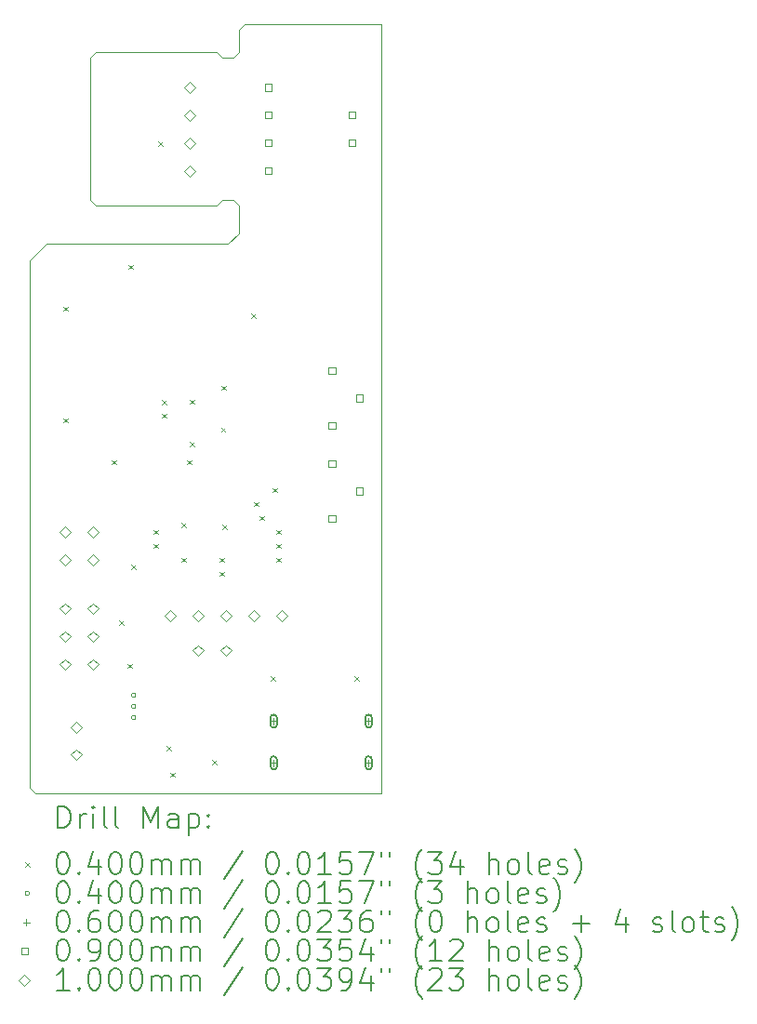
<source format=gbr>
%TF.GenerationSoftware,KiCad,Pcbnew,(6.0.10-0)*%
%TF.CreationDate,2024-06-01T19:56:06+09:00*%
%TF.ProjectId,AutoFeeder_Drum-type,4175746f-4665-4656-9465-725f4472756d,01*%
%TF.SameCoordinates,Original*%
%TF.FileFunction,Drillmap*%
%TF.FilePolarity,Positive*%
%FSLAX45Y45*%
G04 Gerber Fmt 4.5, Leading zero omitted, Abs format (unit mm)*
G04 Created by KiCad (PCBNEW (6.0.10-0)) date 2024-06-01 19:56:06*
%MOMM*%
%LPD*%
G01*
G04 APERTURE LIST*
%ADD10C,0.100000*%
%ADD11C,0.200000*%
%ADD12C,0.040000*%
%ADD13C,0.060000*%
%ADD14C,0.090000*%
G04 APERTURE END LIST*
D10*
X11250000Y-13950000D02*
X11250000Y-9150000D01*
X13100000Y-7300000D02*
X13000000Y-7300000D01*
X11250000Y-13950000D02*
X11300000Y-14000000D01*
X14450000Y-7000000D02*
X14450000Y-14000000D01*
X11850000Y-7250000D02*
X11800000Y-7300000D01*
X11250000Y-9150000D02*
X11400000Y-9000000D01*
X12950000Y-8650000D02*
X13000000Y-8600000D01*
X13150000Y-8900000D02*
X13050000Y-9000000D01*
X13150000Y-7250000D02*
X13100000Y-7300000D01*
X13150000Y-7250000D02*
X13150000Y-7050000D01*
X11850000Y-8650000D02*
X12950000Y-8650000D01*
X11800000Y-7300000D02*
X11800000Y-8600000D01*
X13000000Y-8600000D02*
X13100000Y-8600000D01*
X11400000Y-9000000D02*
X13050000Y-9000000D01*
X12950000Y-7250000D02*
X11850000Y-7250000D01*
X13150000Y-7050000D02*
X13200000Y-7000000D01*
X14450000Y-14000000D02*
X11300000Y-14000000D01*
X11800000Y-8600000D02*
X11850000Y-8650000D01*
X13200000Y-7000000D02*
X14450000Y-7000000D01*
X13100000Y-8600000D02*
X13150000Y-8650000D01*
X13150000Y-8650000D02*
X13150000Y-8900000D01*
X13000000Y-7300000D02*
X12950000Y-7250000D01*
D11*
D12*
X11550000Y-9568500D02*
X11590000Y-9608500D01*
X11590000Y-9568500D02*
X11550000Y-9608500D01*
X11550000Y-10584500D02*
X11590000Y-10624500D01*
X11590000Y-10584500D02*
X11550000Y-10624500D01*
X11994500Y-10965500D02*
X12034500Y-11005500D01*
X12034500Y-10965500D02*
X11994500Y-11005500D01*
X12058000Y-12426000D02*
X12098000Y-12466000D01*
X12098000Y-12426000D02*
X12058000Y-12466000D01*
X12135000Y-12820800D02*
X12175000Y-12860800D01*
X12175000Y-12820800D02*
X12135000Y-12860800D01*
X12144350Y-9187500D02*
X12184350Y-9227500D01*
X12184350Y-9187500D02*
X12144350Y-9227500D01*
X12172000Y-11918000D02*
X12212000Y-11958000D01*
X12212000Y-11918000D02*
X12172000Y-11958000D01*
X12375500Y-11727500D02*
X12415500Y-11767500D01*
X12415500Y-11727500D02*
X12375500Y-11767500D01*
X12376350Y-11600500D02*
X12416350Y-11640500D01*
X12416350Y-11600500D02*
X12376350Y-11640500D01*
X12417870Y-8067870D02*
X12457870Y-8107870D01*
X12457870Y-8067870D02*
X12417870Y-8107870D01*
X12448800Y-10543500D02*
X12488800Y-10583500D01*
X12488800Y-10543500D02*
X12448800Y-10583500D01*
X12451700Y-10419400D02*
X12491700Y-10459400D01*
X12491700Y-10419400D02*
X12451700Y-10459400D01*
X12489500Y-13569000D02*
X12529500Y-13609000D01*
X12529500Y-13569000D02*
X12489500Y-13609000D01*
X12527600Y-13810300D02*
X12567600Y-13850300D01*
X12567600Y-13810300D02*
X12527600Y-13850300D01*
X12629500Y-11537000D02*
X12669500Y-11577000D01*
X12669500Y-11537000D02*
X12629500Y-11577000D01*
X12629500Y-11854500D02*
X12669500Y-11894500D01*
X12669500Y-11854500D02*
X12629500Y-11894500D01*
X12680000Y-10965500D02*
X12720000Y-11005500D01*
X12720000Y-10965500D02*
X12680000Y-11005500D01*
X12705400Y-10416500D02*
X12745400Y-10456500D01*
X12745400Y-10416500D02*
X12705400Y-10456500D01*
X12705400Y-10800400D02*
X12745400Y-10840400D01*
X12745400Y-10800400D02*
X12705400Y-10840400D01*
X12908600Y-13696000D02*
X12948600Y-13736000D01*
X12948600Y-13696000D02*
X12908600Y-13736000D01*
X12972400Y-11854500D02*
X13012400Y-11894500D01*
X13012400Y-11854500D02*
X12972400Y-11894500D01*
X12972400Y-11981500D02*
X13012400Y-12021500D01*
X13012400Y-11981500D02*
X12972400Y-12021500D01*
X12987700Y-10670500D02*
X13027700Y-10710500D01*
X13027700Y-10670500D02*
X12987700Y-10710500D01*
X12994900Y-10289500D02*
X13034900Y-10329500D01*
X13034900Y-10289500D02*
X12994900Y-10329500D01*
X12997500Y-11553450D02*
X13037500Y-11593450D01*
X13037500Y-11553450D02*
X12997500Y-11593450D01*
X13264500Y-9632000D02*
X13304500Y-9672000D01*
X13304500Y-9632000D02*
X13264500Y-9672000D01*
X13289900Y-11346500D02*
X13329900Y-11386500D01*
X13329900Y-11346500D02*
X13289900Y-11386500D01*
X13339970Y-11473070D02*
X13379970Y-11513070D01*
X13379970Y-11473070D02*
X13339970Y-11513070D01*
X13442000Y-12934000D02*
X13482000Y-12974000D01*
X13482000Y-12934000D02*
X13442000Y-12974000D01*
X13455000Y-11219500D02*
X13495000Y-11259500D01*
X13495000Y-11219500D02*
X13455000Y-11259500D01*
X13492800Y-11600500D02*
X13532800Y-11640500D01*
X13532800Y-11600500D02*
X13492800Y-11640500D01*
X13493100Y-11727500D02*
X13533100Y-11767500D01*
X13533100Y-11727500D02*
X13493100Y-11767500D01*
X13493100Y-11854500D02*
X13533100Y-11894500D01*
X13533100Y-11854500D02*
X13493100Y-11894500D01*
X14204000Y-12934000D02*
X14244000Y-12974000D01*
X14244000Y-12934000D02*
X14204000Y-12974000D01*
X12212000Y-13106400D02*
G75*
G03*
X12212000Y-13106400I-20000J0D01*
G01*
X12212000Y-13208000D02*
G75*
G03*
X12212000Y-13208000I-20000J0D01*
G01*
X12212000Y-13309600D02*
G75*
G03*
X12212000Y-13309600I-20000J0D01*
G01*
D13*
X13468000Y-13312550D02*
X13468000Y-13372550D01*
X13438000Y-13342550D02*
X13498000Y-13342550D01*
D11*
X13498000Y-13372550D02*
X13498000Y-13312550D01*
X13438000Y-13372550D02*
X13438000Y-13312550D01*
X13498000Y-13312550D02*
G75*
G03*
X13438000Y-13312550I-30000J0D01*
G01*
X13438000Y-13372550D02*
G75*
G03*
X13498000Y-13372550I30000J0D01*
G01*
D13*
X13468000Y-13692550D02*
X13468000Y-13752550D01*
X13438000Y-13722550D02*
X13498000Y-13722550D01*
D11*
X13498000Y-13752550D02*
X13498000Y-13692550D01*
X13438000Y-13752550D02*
X13438000Y-13692550D01*
X13498000Y-13692550D02*
G75*
G03*
X13438000Y-13692550I-30000J0D01*
G01*
X13438000Y-13752550D02*
G75*
G03*
X13498000Y-13752550I30000J0D01*
G01*
D13*
X14332000Y-13312550D02*
X14332000Y-13372550D01*
X14302000Y-13342550D02*
X14362000Y-13342550D01*
D11*
X14362000Y-13372550D02*
X14362000Y-13312550D01*
X14302000Y-13372550D02*
X14302000Y-13312550D01*
X14362000Y-13312550D02*
G75*
G03*
X14302000Y-13312550I-30000J0D01*
G01*
X14302000Y-13372550D02*
G75*
G03*
X14362000Y-13372550I30000J0D01*
G01*
D13*
X14332000Y-13692550D02*
X14332000Y-13752550D01*
X14302000Y-13722550D02*
X14362000Y-13722550D01*
D11*
X14362000Y-13752550D02*
X14362000Y-13692550D01*
X14302000Y-13752550D02*
X14302000Y-13692550D01*
X14362000Y-13692550D02*
G75*
G03*
X14302000Y-13692550I-30000J0D01*
G01*
X14302000Y-13752550D02*
G75*
G03*
X14362000Y-13752550I30000J0D01*
G01*
D14*
X13449820Y-7856820D02*
X13449820Y-7793180D01*
X13386180Y-7793180D01*
X13386180Y-7856820D01*
X13449820Y-7856820D01*
X13449820Y-8110820D02*
X13449820Y-8047180D01*
X13386180Y-8047180D01*
X13386180Y-8110820D01*
X13449820Y-8110820D01*
X13450940Y-7603560D02*
X13450940Y-7539920D01*
X13387300Y-7539920D01*
X13387300Y-7603560D01*
X13450940Y-7603560D01*
X13450940Y-8363020D02*
X13450940Y-8299380D01*
X13387300Y-8299380D01*
X13387300Y-8363020D01*
X13450940Y-8363020D01*
X14031820Y-10181820D02*
X14031820Y-10118180D01*
X13968180Y-10118180D01*
X13968180Y-10181820D01*
X14031820Y-10181820D01*
X14031820Y-10681820D02*
X14031820Y-10618180D01*
X13968180Y-10618180D01*
X13968180Y-10681820D01*
X14031820Y-10681820D01*
X14031820Y-11031820D02*
X14031820Y-10968180D01*
X13968180Y-10968180D01*
X13968180Y-11031820D01*
X14031820Y-11031820D01*
X14031820Y-11531820D02*
X14031820Y-11468180D01*
X13968180Y-11468180D01*
X13968180Y-11531820D01*
X14031820Y-11531820D01*
X14211820Y-7856820D02*
X14211820Y-7793180D01*
X14148180Y-7793180D01*
X14148180Y-7856820D01*
X14211820Y-7856820D01*
X14211820Y-8110820D02*
X14211820Y-8047180D01*
X14148180Y-8047180D01*
X14148180Y-8110820D01*
X14211820Y-8110820D01*
X14281820Y-10431820D02*
X14281820Y-10368180D01*
X14218180Y-10368180D01*
X14218180Y-10431820D01*
X14281820Y-10431820D01*
X14281820Y-11281820D02*
X14281820Y-11218180D01*
X14218180Y-11218180D01*
X14218180Y-11281820D01*
X14281820Y-11281820D01*
D10*
X11570000Y-11670500D02*
X11620000Y-11620500D01*
X11570000Y-11570500D01*
X11520000Y-11620500D01*
X11570000Y-11670500D01*
X11570000Y-11924500D02*
X11620000Y-11874500D01*
X11570000Y-11824500D01*
X11520000Y-11874500D01*
X11570000Y-11924500D01*
X11570000Y-12369000D02*
X11620000Y-12319000D01*
X11570000Y-12269000D01*
X11520000Y-12319000D01*
X11570000Y-12369000D01*
X11570000Y-12623000D02*
X11620000Y-12573000D01*
X11570000Y-12523000D01*
X11520000Y-12573000D01*
X11570000Y-12623000D01*
X11570000Y-12877000D02*
X11620000Y-12827000D01*
X11570000Y-12777000D01*
X11520000Y-12827000D01*
X11570000Y-12877000D01*
X11671300Y-13448500D02*
X11721300Y-13398500D01*
X11671300Y-13348500D01*
X11621300Y-13398500D01*
X11671300Y-13448500D01*
X11671300Y-13698500D02*
X11721300Y-13648500D01*
X11671300Y-13598500D01*
X11621300Y-13648500D01*
X11671300Y-13698500D01*
X11824000Y-11670500D02*
X11874000Y-11620500D01*
X11824000Y-11570500D01*
X11774000Y-11620500D01*
X11824000Y-11670500D01*
X11824000Y-11924500D02*
X11874000Y-11874500D01*
X11824000Y-11824500D01*
X11774000Y-11874500D01*
X11824000Y-11924500D01*
X11824000Y-12369000D02*
X11874000Y-12319000D01*
X11824000Y-12269000D01*
X11774000Y-12319000D01*
X11824000Y-12369000D01*
X11824000Y-12623000D02*
X11874000Y-12573000D01*
X11824000Y-12523000D01*
X11774000Y-12573000D01*
X11824000Y-12623000D01*
X11824000Y-12877000D02*
X11874000Y-12827000D01*
X11824000Y-12777000D01*
X11774000Y-12827000D01*
X11824000Y-12877000D01*
X12522500Y-12432500D02*
X12572500Y-12382500D01*
X12522500Y-12332500D01*
X12472500Y-12382500D01*
X12522500Y-12432500D01*
X12700000Y-7621740D02*
X12750000Y-7571740D01*
X12700000Y-7521740D01*
X12650000Y-7571740D01*
X12700000Y-7621740D01*
X12700000Y-7875740D02*
X12750000Y-7825740D01*
X12700000Y-7775740D01*
X12650000Y-7825740D01*
X12700000Y-7875740D01*
X12700000Y-8129740D02*
X12750000Y-8079740D01*
X12700000Y-8029740D01*
X12650000Y-8079740D01*
X12700000Y-8129740D01*
X12700000Y-8383740D02*
X12750000Y-8333740D01*
X12700000Y-8283740D01*
X12650000Y-8333740D01*
X12700000Y-8383740D01*
X12776200Y-12750000D02*
X12826200Y-12700000D01*
X12776200Y-12650000D01*
X12726200Y-12700000D01*
X12776200Y-12750000D01*
X12776500Y-12432500D02*
X12826500Y-12382500D01*
X12776500Y-12332500D01*
X12726500Y-12382500D01*
X12776500Y-12432500D01*
X13030200Y-12750000D02*
X13080200Y-12700000D01*
X13030200Y-12650000D01*
X12980200Y-12700000D01*
X13030200Y-12750000D01*
X13030500Y-12432500D02*
X13080500Y-12382500D01*
X13030500Y-12332500D01*
X12980500Y-12382500D01*
X13030500Y-12432500D01*
X13284500Y-12432500D02*
X13334500Y-12382500D01*
X13284500Y-12332500D01*
X13234500Y-12382500D01*
X13284500Y-12432500D01*
X13538500Y-12432500D02*
X13588500Y-12382500D01*
X13538500Y-12332500D01*
X13488500Y-12382500D01*
X13538500Y-12432500D01*
D11*
X11502619Y-14315476D02*
X11502619Y-14115476D01*
X11550238Y-14115476D01*
X11578809Y-14125000D01*
X11597857Y-14144048D01*
X11607381Y-14163095D01*
X11616905Y-14201190D01*
X11616905Y-14229762D01*
X11607381Y-14267857D01*
X11597857Y-14286905D01*
X11578809Y-14305952D01*
X11550238Y-14315476D01*
X11502619Y-14315476D01*
X11702619Y-14315476D02*
X11702619Y-14182143D01*
X11702619Y-14220238D02*
X11712143Y-14201190D01*
X11721667Y-14191667D01*
X11740714Y-14182143D01*
X11759762Y-14182143D01*
X11826428Y-14315476D02*
X11826428Y-14182143D01*
X11826428Y-14115476D02*
X11816905Y-14125000D01*
X11826428Y-14134524D01*
X11835952Y-14125000D01*
X11826428Y-14115476D01*
X11826428Y-14134524D01*
X11950238Y-14315476D02*
X11931190Y-14305952D01*
X11921667Y-14286905D01*
X11921667Y-14115476D01*
X12055000Y-14315476D02*
X12035952Y-14305952D01*
X12026428Y-14286905D01*
X12026428Y-14115476D01*
X12283571Y-14315476D02*
X12283571Y-14115476D01*
X12350238Y-14258333D01*
X12416905Y-14115476D01*
X12416905Y-14315476D01*
X12597857Y-14315476D02*
X12597857Y-14210714D01*
X12588333Y-14191667D01*
X12569286Y-14182143D01*
X12531190Y-14182143D01*
X12512143Y-14191667D01*
X12597857Y-14305952D02*
X12578809Y-14315476D01*
X12531190Y-14315476D01*
X12512143Y-14305952D01*
X12502619Y-14286905D01*
X12502619Y-14267857D01*
X12512143Y-14248809D01*
X12531190Y-14239286D01*
X12578809Y-14239286D01*
X12597857Y-14229762D01*
X12693095Y-14182143D02*
X12693095Y-14382143D01*
X12693095Y-14191667D02*
X12712143Y-14182143D01*
X12750238Y-14182143D01*
X12769286Y-14191667D01*
X12778809Y-14201190D01*
X12788333Y-14220238D01*
X12788333Y-14277381D01*
X12778809Y-14296428D01*
X12769286Y-14305952D01*
X12750238Y-14315476D01*
X12712143Y-14315476D01*
X12693095Y-14305952D01*
X12874048Y-14296428D02*
X12883571Y-14305952D01*
X12874048Y-14315476D01*
X12864524Y-14305952D01*
X12874048Y-14296428D01*
X12874048Y-14315476D01*
X12874048Y-14191667D02*
X12883571Y-14201190D01*
X12874048Y-14210714D01*
X12864524Y-14201190D01*
X12874048Y-14191667D01*
X12874048Y-14210714D01*
D12*
X11205000Y-14625000D02*
X11245000Y-14665000D01*
X11245000Y-14625000D02*
X11205000Y-14665000D01*
D11*
X11540714Y-14535476D02*
X11559762Y-14535476D01*
X11578809Y-14545000D01*
X11588333Y-14554524D01*
X11597857Y-14573571D01*
X11607381Y-14611667D01*
X11607381Y-14659286D01*
X11597857Y-14697381D01*
X11588333Y-14716428D01*
X11578809Y-14725952D01*
X11559762Y-14735476D01*
X11540714Y-14735476D01*
X11521667Y-14725952D01*
X11512143Y-14716428D01*
X11502619Y-14697381D01*
X11493095Y-14659286D01*
X11493095Y-14611667D01*
X11502619Y-14573571D01*
X11512143Y-14554524D01*
X11521667Y-14545000D01*
X11540714Y-14535476D01*
X11693095Y-14716428D02*
X11702619Y-14725952D01*
X11693095Y-14735476D01*
X11683571Y-14725952D01*
X11693095Y-14716428D01*
X11693095Y-14735476D01*
X11874048Y-14602143D02*
X11874048Y-14735476D01*
X11826428Y-14525952D02*
X11778809Y-14668809D01*
X11902619Y-14668809D01*
X12016905Y-14535476D02*
X12035952Y-14535476D01*
X12055000Y-14545000D01*
X12064524Y-14554524D01*
X12074048Y-14573571D01*
X12083571Y-14611667D01*
X12083571Y-14659286D01*
X12074048Y-14697381D01*
X12064524Y-14716428D01*
X12055000Y-14725952D01*
X12035952Y-14735476D01*
X12016905Y-14735476D01*
X11997857Y-14725952D01*
X11988333Y-14716428D01*
X11978809Y-14697381D01*
X11969286Y-14659286D01*
X11969286Y-14611667D01*
X11978809Y-14573571D01*
X11988333Y-14554524D01*
X11997857Y-14545000D01*
X12016905Y-14535476D01*
X12207381Y-14535476D02*
X12226428Y-14535476D01*
X12245476Y-14545000D01*
X12255000Y-14554524D01*
X12264524Y-14573571D01*
X12274048Y-14611667D01*
X12274048Y-14659286D01*
X12264524Y-14697381D01*
X12255000Y-14716428D01*
X12245476Y-14725952D01*
X12226428Y-14735476D01*
X12207381Y-14735476D01*
X12188333Y-14725952D01*
X12178809Y-14716428D01*
X12169286Y-14697381D01*
X12159762Y-14659286D01*
X12159762Y-14611667D01*
X12169286Y-14573571D01*
X12178809Y-14554524D01*
X12188333Y-14545000D01*
X12207381Y-14535476D01*
X12359762Y-14735476D02*
X12359762Y-14602143D01*
X12359762Y-14621190D02*
X12369286Y-14611667D01*
X12388333Y-14602143D01*
X12416905Y-14602143D01*
X12435952Y-14611667D01*
X12445476Y-14630714D01*
X12445476Y-14735476D01*
X12445476Y-14630714D02*
X12455000Y-14611667D01*
X12474048Y-14602143D01*
X12502619Y-14602143D01*
X12521667Y-14611667D01*
X12531190Y-14630714D01*
X12531190Y-14735476D01*
X12626428Y-14735476D02*
X12626428Y-14602143D01*
X12626428Y-14621190D02*
X12635952Y-14611667D01*
X12655000Y-14602143D01*
X12683571Y-14602143D01*
X12702619Y-14611667D01*
X12712143Y-14630714D01*
X12712143Y-14735476D01*
X12712143Y-14630714D02*
X12721667Y-14611667D01*
X12740714Y-14602143D01*
X12769286Y-14602143D01*
X12788333Y-14611667D01*
X12797857Y-14630714D01*
X12797857Y-14735476D01*
X13188333Y-14525952D02*
X13016905Y-14783095D01*
X13445476Y-14535476D02*
X13464524Y-14535476D01*
X13483571Y-14545000D01*
X13493095Y-14554524D01*
X13502619Y-14573571D01*
X13512143Y-14611667D01*
X13512143Y-14659286D01*
X13502619Y-14697381D01*
X13493095Y-14716428D01*
X13483571Y-14725952D01*
X13464524Y-14735476D01*
X13445476Y-14735476D01*
X13426428Y-14725952D01*
X13416905Y-14716428D01*
X13407381Y-14697381D01*
X13397857Y-14659286D01*
X13397857Y-14611667D01*
X13407381Y-14573571D01*
X13416905Y-14554524D01*
X13426428Y-14545000D01*
X13445476Y-14535476D01*
X13597857Y-14716428D02*
X13607381Y-14725952D01*
X13597857Y-14735476D01*
X13588333Y-14725952D01*
X13597857Y-14716428D01*
X13597857Y-14735476D01*
X13731190Y-14535476D02*
X13750238Y-14535476D01*
X13769286Y-14545000D01*
X13778809Y-14554524D01*
X13788333Y-14573571D01*
X13797857Y-14611667D01*
X13797857Y-14659286D01*
X13788333Y-14697381D01*
X13778809Y-14716428D01*
X13769286Y-14725952D01*
X13750238Y-14735476D01*
X13731190Y-14735476D01*
X13712143Y-14725952D01*
X13702619Y-14716428D01*
X13693095Y-14697381D01*
X13683571Y-14659286D01*
X13683571Y-14611667D01*
X13693095Y-14573571D01*
X13702619Y-14554524D01*
X13712143Y-14545000D01*
X13731190Y-14535476D01*
X13988333Y-14735476D02*
X13874048Y-14735476D01*
X13931190Y-14735476D02*
X13931190Y-14535476D01*
X13912143Y-14564048D01*
X13893095Y-14583095D01*
X13874048Y-14592619D01*
X14169286Y-14535476D02*
X14074048Y-14535476D01*
X14064524Y-14630714D01*
X14074048Y-14621190D01*
X14093095Y-14611667D01*
X14140714Y-14611667D01*
X14159762Y-14621190D01*
X14169286Y-14630714D01*
X14178809Y-14649762D01*
X14178809Y-14697381D01*
X14169286Y-14716428D01*
X14159762Y-14725952D01*
X14140714Y-14735476D01*
X14093095Y-14735476D01*
X14074048Y-14725952D01*
X14064524Y-14716428D01*
X14245476Y-14535476D02*
X14378809Y-14535476D01*
X14293095Y-14735476D01*
X14445476Y-14535476D02*
X14445476Y-14573571D01*
X14521667Y-14535476D02*
X14521667Y-14573571D01*
X14816905Y-14811667D02*
X14807381Y-14802143D01*
X14788333Y-14773571D01*
X14778809Y-14754524D01*
X14769286Y-14725952D01*
X14759762Y-14678333D01*
X14759762Y-14640238D01*
X14769286Y-14592619D01*
X14778809Y-14564048D01*
X14788333Y-14545000D01*
X14807381Y-14516428D01*
X14816905Y-14506905D01*
X14874048Y-14535476D02*
X14997857Y-14535476D01*
X14931190Y-14611667D01*
X14959762Y-14611667D01*
X14978809Y-14621190D01*
X14988333Y-14630714D01*
X14997857Y-14649762D01*
X14997857Y-14697381D01*
X14988333Y-14716428D01*
X14978809Y-14725952D01*
X14959762Y-14735476D01*
X14902619Y-14735476D01*
X14883571Y-14725952D01*
X14874048Y-14716428D01*
X15169286Y-14602143D02*
X15169286Y-14735476D01*
X15121667Y-14525952D02*
X15074048Y-14668809D01*
X15197857Y-14668809D01*
X15426428Y-14735476D02*
X15426428Y-14535476D01*
X15512143Y-14735476D02*
X15512143Y-14630714D01*
X15502619Y-14611667D01*
X15483571Y-14602143D01*
X15455000Y-14602143D01*
X15435952Y-14611667D01*
X15426428Y-14621190D01*
X15635952Y-14735476D02*
X15616905Y-14725952D01*
X15607381Y-14716428D01*
X15597857Y-14697381D01*
X15597857Y-14640238D01*
X15607381Y-14621190D01*
X15616905Y-14611667D01*
X15635952Y-14602143D01*
X15664524Y-14602143D01*
X15683571Y-14611667D01*
X15693095Y-14621190D01*
X15702619Y-14640238D01*
X15702619Y-14697381D01*
X15693095Y-14716428D01*
X15683571Y-14725952D01*
X15664524Y-14735476D01*
X15635952Y-14735476D01*
X15816905Y-14735476D02*
X15797857Y-14725952D01*
X15788333Y-14706905D01*
X15788333Y-14535476D01*
X15969286Y-14725952D02*
X15950238Y-14735476D01*
X15912143Y-14735476D01*
X15893095Y-14725952D01*
X15883571Y-14706905D01*
X15883571Y-14630714D01*
X15893095Y-14611667D01*
X15912143Y-14602143D01*
X15950238Y-14602143D01*
X15969286Y-14611667D01*
X15978809Y-14630714D01*
X15978809Y-14649762D01*
X15883571Y-14668809D01*
X16055000Y-14725952D02*
X16074048Y-14735476D01*
X16112143Y-14735476D01*
X16131190Y-14725952D01*
X16140714Y-14706905D01*
X16140714Y-14697381D01*
X16131190Y-14678333D01*
X16112143Y-14668809D01*
X16083571Y-14668809D01*
X16064524Y-14659286D01*
X16055000Y-14640238D01*
X16055000Y-14630714D01*
X16064524Y-14611667D01*
X16083571Y-14602143D01*
X16112143Y-14602143D01*
X16131190Y-14611667D01*
X16207381Y-14811667D02*
X16216905Y-14802143D01*
X16235952Y-14773571D01*
X16245476Y-14754524D01*
X16255000Y-14725952D01*
X16264524Y-14678333D01*
X16264524Y-14640238D01*
X16255000Y-14592619D01*
X16245476Y-14564048D01*
X16235952Y-14545000D01*
X16216905Y-14516428D01*
X16207381Y-14506905D01*
D12*
X11245000Y-14909000D02*
G75*
G03*
X11245000Y-14909000I-20000J0D01*
G01*
D11*
X11540714Y-14799476D02*
X11559762Y-14799476D01*
X11578809Y-14809000D01*
X11588333Y-14818524D01*
X11597857Y-14837571D01*
X11607381Y-14875667D01*
X11607381Y-14923286D01*
X11597857Y-14961381D01*
X11588333Y-14980428D01*
X11578809Y-14989952D01*
X11559762Y-14999476D01*
X11540714Y-14999476D01*
X11521667Y-14989952D01*
X11512143Y-14980428D01*
X11502619Y-14961381D01*
X11493095Y-14923286D01*
X11493095Y-14875667D01*
X11502619Y-14837571D01*
X11512143Y-14818524D01*
X11521667Y-14809000D01*
X11540714Y-14799476D01*
X11693095Y-14980428D02*
X11702619Y-14989952D01*
X11693095Y-14999476D01*
X11683571Y-14989952D01*
X11693095Y-14980428D01*
X11693095Y-14999476D01*
X11874048Y-14866143D02*
X11874048Y-14999476D01*
X11826428Y-14789952D02*
X11778809Y-14932809D01*
X11902619Y-14932809D01*
X12016905Y-14799476D02*
X12035952Y-14799476D01*
X12055000Y-14809000D01*
X12064524Y-14818524D01*
X12074048Y-14837571D01*
X12083571Y-14875667D01*
X12083571Y-14923286D01*
X12074048Y-14961381D01*
X12064524Y-14980428D01*
X12055000Y-14989952D01*
X12035952Y-14999476D01*
X12016905Y-14999476D01*
X11997857Y-14989952D01*
X11988333Y-14980428D01*
X11978809Y-14961381D01*
X11969286Y-14923286D01*
X11969286Y-14875667D01*
X11978809Y-14837571D01*
X11988333Y-14818524D01*
X11997857Y-14809000D01*
X12016905Y-14799476D01*
X12207381Y-14799476D02*
X12226428Y-14799476D01*
X12245476Y-14809000D01*
X12255000Y-14818524D01*
X12264524Y-14837571D01*
X12274048Y-14875667D01*
X12274048Y-14923286D01*
X12264524Y-14961381D01*
X12255000Y-14980428D01*
X12245476Y-14989952D01*
X12226428Y-14999476D01*
X12207381Y-14999476D01*
X12188333Y-14989952D01*
X12178809Y-14980428D01*
X12169286Y-14961381D01*
X12159762Y-14923286D01*
X12159762Y-14875667D01*
X12169286Y-14837571D01*
X12178809Y-14818524D01*
X12188333Y-14809000D01*
X12207381Y-14799476D01*
X12359762Y-14999476D02*
X12359762Y-14866143D01*
X12359762Y-14885190D02*
X12369286Y-14875667D01*
X12388333Y-14866143D01*
X12416905Y-14866143D01*
X12435952Y-14875667D01*
X12445476Y-14894714D01*
X12445476Y-14999476D01*
X12445476Y-14894714D02*
X12455000Y-14875667D01*
X12474048Y-14866143D01*
X12502619Y-14866143D01*
X12521667Y-14875667D01*
X12531190Y-14894714D01*
X12531190Y-14999476D01*
X12626428Y-14999476D02*
X12626428Y-14866143D01*
X12626428Y-14885190D02*
X12635952Y-14875667D01*
X12655000Y-14866143D01*
X12683571Y-14866143D01*
X12702619Y-14875667D01*
X12712143Y-14894714D01*
X12712143Y-14999476D01*
X12712143Y-14894714D02*
X12721667Y-14875667D01*
X12740714Y-14866143D01*
X12769286Y-14866143D01*
X12788333Y-14875667D01*
X12797857Y-14894714D01*
X12797857Y-14999476D01*
X13188333Y-14789952D02*
X13016905Y-15047095D01*
X13445476Y-14799476D02*
X13464524Y-14799476D01*
X13483571Y-14809000D01*
X13493095Y-14818524D01*
X13502619Y-14837571D01*
X13512143Y-14875667D01*
X13512143Y-14923286D01*
X13502619Y-14961381D01*
X13493095Y-14980428D01*
X13483571Y-14989952D01*
X13464524Y-14999476D01*
X13445476Y-14999476D01*
X13426428Y-14989952D01*
X13416905Y-14980428D01*
X13407381Y-14961381D01*
X13397857Y-14923286D01*
X13397857Y-14875667D01*
X13407381Y-14837571D01*
X13416905Y-14818524D01*
X13426428Y-14809000D01*
X13445476Y-14799476D01*
X13597857Y-14980428D02*
X13607381Y-14989952D01*
X13597857Y-14999476D01*
X13588333Y-14989952D01*
X13597857Y-14980428D01*
X13597857Y-14999476D01*
X13731190Y-14799476D02*
X13750238Y-14799476D01*
X13769286Y-14809000D01*
X13778809Y-14818524D01*
X13788333Y-14837571D01*
X13797857Y-14875667D01*
X13797857Y-14923286D01*
X13788333Y-14961381D01*
X13778809Y-14980428D01*
X13769286Y-14989952D01*
X13750238Y-14999476D01*
X13731190Y-14999476D01*
X13712143Y-14989952D01*
X13702619Y-14980428D01*
X13693095Y-14961381D01*
X13683571Y-14923286D01*
X13683571Y-14875667D01*
X13693095Y-14837571D01*
X13702619Y-14818524D01*
X13712143Y-14809000D01*
X13731190Y-14799476D01*
X13988333Y-14999476D02*
X13874048Y-14999476D01*
X13931190Y-14999476D02*
X13931190Y-14799476D01*
X13912143Y-14828048D01*
X13893095Y-14847095D01*
X13874048Y-14856619D01*
X14169286Y-14799476D02*
X14074048Y-14799476D01*
X14064524Y-14894714D01*
X14074048Y-14885190D01*
X14093095Y-14875667D01*
X14140714Y-14875667D01*
X14159762Y-14885190D01*
X14169286Y-14894714D01*
X14178809Y-14913762D01*
X14178809Y-14961381D01*
X14169286Y-14980428D01*
X14159762Y-14989952D01*
X14140714Y-14999476D01*
X14093095Y-14999476D01*
X14074048Y-14989952D01*
X14064524Y-14980428D01*
X14245476Y-14799476D02*
X14378809Y-14799476D01*
X14293095Y-14999476D01*
X14445476Y-14799476D02*
X14445476Y-14837571D01*
X14521667Y-14799476D02*
X14521667Y-14837571D01*
X14816905Y-15075667D02*
X14807381Y-15066143D01*
X14788333Y-15037571D01*
X14778809Y-15018524D01*
X14769286Y-14989952D01*
X14759762Y-14942333D01*
X14759762Y-14904238D01*
X14769286Y-14856619D01*
X14778809Y-14828048D01*
X14788333Y-14809000D01*
X14807381Y-14780428D01*
X14816905Y-14770905D01*
X14874048Y-14799476D02*
X14997857Y-14799476D01*
X14931190Y-14875667D01*
X14959762Y-14875667D01*
X14978809Y-14885190D01*
X14988333Y-14894714D01*
X14997857Y-14913762D01*
X14997857Y-14961381D01*
X14988333Y-14980428D01*
X14978809Y-14989952D01*
X14959762Y-14999476D01*
X14902619Y-14999476D01*
X14883571Y-14989952D01*
X14874048Y-14980428D01*
X15235952Y-14999476D02*
X15235952Y-14799476D01*
X15321667Y-14999476D02*
X15321667Y-14894714D01*
X15312143Y-14875667D01*
X15293095Y-14866143D01*
X15264524Y-14866143D01*
X15245476Y-14875667D01*
X15235952Y-14885190D01*
X15445476Y-14999476D02*
X15426428Y-14989952D01*
X15416905Y-14980428D01*
X15407381Y-14961381D01*
X15407381Y-14904238D01*
X15416905Y-14885190D01*
X15426428Y-14875667D01*
X15445476Y-14866143D01*
X15474048Y-14866143D01*
X15493095Y-14875667D01*
X15502619Y-14885190D01*
X15512143Y-14904238D01*
X15512143Y-14961381D01*
X15502619Y-14980428D01*
X15493095Y-14989952D01*
X15474048Y-14999476D01*
X15445476Y-14999476D01*
X15626428Y-14999476D02*
X15607381Y-14989952D01*
X15597857Y-14970905D01*
X15597857Y-14799476D01*
X15778809Y-14989952D02*
X15759762Y-14999476D01*
X15721667Y-14999476D01*
X15702619Y-14989952D01*
X15693095Y-14970905D01*
X15693095Y-14894714D01*
X15702619Y-14875667D01*
X15721667Y-14866143D01*
X15759762Y-14866143D01*
X15778809Y-14875667D01*
X15788333Y-14894714D01*
X15788333Y-14913762D01*
X15693095Y-14932809D01*
X15864524Y-14989952D02*
X15883571Y-14999476D01*
X15921667Y-14999476D01*
X15940714Y-14989952D01*
X15950238Y-14970905D01*
X15950238Y-14961381D01*
X15940714Y-14942333D01*
X15921667Y-14932809D01*
X15893095Y-14932809D01*
X15874048Y-14923286D01*
X15864524Y-14904238D01*
X15864524Y-14894714D01*
X15874048Y-14875667D01*
X15893095Y-14866143D01*
X15921667Y-14866143D01*
X15940714Y-14875667D01*
X16016905Y-15075667D02*
X16026428Y-15066143D01*
X16045476Y-15037571D01*
X16055000Y-15018524D01*
X16064524Y-14989952D01*
X16074048Y-14942333D01*
X16074048Y-14904238D01*
X16064524Y-14856619D01*
X16055000Y-14828048D01*
X16045476Y-14809000D01*
X16026428Y-14780428D01*
X16016905Y-14770905D01*
D13*
X11215000Y-15143000D02*
X11215000Y-15203000D01*
X11185000Y-15173000D02*
X11245000Y-15173000D01*
D11*
X11540714Y-15063476D02*
X11559762Y-15063476D01*
X11578809Y-15073000D01*
X11588333Y-15082524D01*
X11597857Y-15101571D01*
X11607381Y-15139667D01*
X11607381Y-15187286D01*
X11597857Y-15225381D01*
X11588333Y-15244428D01*
X11578809Y-15253952D01*
X11559762Y-15263476D01*
X11540714Y-15263476D01*
X11521667Y-15253952D01*
X11512143Y-15244428D01*
X11502619Y-15225381D01*
X11493095Y-15187286D01*
X11493095Y-15139667D01*
X11502619Y-15101571D01*
X11512143Y-15082524D01*
X11521667Y-15073000D01*
X11540714Y-15063476D01*
X11693095Y-15244428D02*
X11702619Y-15253952D01*
X11693095Y-15263476D01*
X11683571Y-15253952D01*
X11693095Y-15244428D01*
X11693095Y-15263476D01*
X11874048Y-15063476D02*
X11835952Y-15063476D01*
X11816905Y-15073000D01*
X11807381Y-15082524D01*
X11788333Y-15111095D01*
X11778809Y-15149190D01*
X11778809Y-15225381D01*
X11788333Y-15244428D01*
X11797857Y-15253952D01*
X11816905Y-15263476D01*
X11855000Y-15263476D01*
X11874048Y-15253952D01*
X11883571Y-15244428D01*
X11893095Y-15225381D01*
X11893095Y-15177762D01*
X11883571Y-15158714D01*
X11874048Y-15149190D01*
X11855000Y-15139667D01*
X11816905Y-15139667D01*
X11797857Y-15149190D01*
X11788333Y-15158714D01*
X11778809Y-15177762D01*
X12016905Y-15063476D02*
X12035952Y-15063476D01*
X12055000Y-15073000D01*
X12064524Y-15082524D01*
X12074048Y-15101571D01*
X12083571Y-15139667D01*
X12083571Y-15187286D01*
X12074048Y-15225381D01*
X12064524Y-15244428D01*
X12055000Y-15253952D01*
X12035952Y-15263476D01*
X12016905Y-15263476D01*
X11997857Y-15253952D01*
X11988333Y-15244428D01*
X11978809Y-15225381D01*
X11969286Y-15187286D01*
X11969286Y-15139667D01*
X11978809Y-15101571D01*
X11988333Y-15082524D01*
X11997857Y-15073000D01*
X12016905Y-15063476D01*
X12207381Y-15063476D02*
X12226428Y-15063476D01*
X12245476Y-15073000D01*
X12255000Y-15082524D01*
X12264524Y-15101571D01*
X12274048Y-15139667D01*
X12274048Y-15187286D01*
X12264524Y-15225381D01*
X12255000Y-15244428D01*
X12245476Y-15253952D01*
X12226428Y-15263476D01*
X12207381Y-15263476D01*
X12188333Y-15253952D01*
X12178809Y-15244428D01*
X12169286Y-15225381D01*
X12159762Y-15187286D01*
X12159762Y-15139667D01*
X12169286Y-15101571D01*
X12178809Y-15082524D01*
X12188333Y-15073000D01*
X12207381Y-15063476D01*
X12359762Y-15263476D02*
X12359762Y-15130143D01*
X12359762Y-15149190D02*
X12369286Y-15139667D01*
X12388333Y-15130143D01*
X12416905Y-15130143D01*
X12435952Y-15139667D01*
X12445476Y-15158714D01*
X12445476Y-15263476D01*
X12445476Y-15158714D02*
X12455000Y-15139667D01*
X12474048Y-15130143D01*
X12502619Y-15130143D01*
X12521667Y-15139667D01*
X12531190Y-15158714D01*
X12531190Y-15263476D01*
X12626428Y-15263476D02*
X12626428Y-15130143D01*
X12626428Y-15149190D02*
X12635952Y-15139667D01*
X12655000Y-15130143D01*
X12683571Y-15130143D01*
X12702619Y-15139667D01*
X12712143Y-15158714D01*
X12712143Y-15263476D01*
X12712143Y-15158714D02*
X12721667Y-15139667D01*
X12740714Y-15130143D01*
X12769286Y-15130143D01*
X12788333Y-15139667D01*
X12797857Y-15158714D01*
X12797857Y-15263476D01*
X13188333Y-15053952D02*
X13016905Y-15311095D01*
X13445476Y-15063476D02*
X13464524Y-15063476D01*
X13483571Y-15073000D01*
X13493095Y-15082524D01*
X13502619Y-15101571D01*
X13512143Y-15139667D01*
X13512143Y-15187286D01*
X13502619Y-15225381D01*
X13493095Y-15244428D01*
X13483571Y-15253952D01*
X13464524Y-15263476D01*
X13445476Y-15263476D01*
X13426428Y-15253952D01*
X13416905Y-15244428D01*
X13407381Y-15225381D01*
X13397857Y-15187286D01*
X13397857Y-15139667D01*
X13407381Y-15101571D01*
X13416905Y-15082524D01*
X13426428Y-15073000D01*
X13445476Y-15063476D01*
X13597857Y-15244428D02*
X13607381Y-15253952D01*
X13597857Y-15263476D01*
X13588333Y-15253952D01*
X13597857Y-15244428D01*
X13597857Y-15263476D01*
X13731190Y-15063476D02*
X13750238Y-15063476D01*
X13769286Y-15073000D01*
X13778809Y-15082524D01*
X13788333Y-15101571D01*
X13797857Y-15139667D01*
X13797857Y-15187286D01*
X13788333Y-15225381D01*
X13778809Y-15244428D01*
X13769286Y-15253952D01*
X13750238Y-15263476D01*
X13731190Y-15263476D01*
X13712143Y-15253952D01*
X13702619Y-15244428D01*
X13693095Y-15225381D01*
X13683571Y-15187286D01*
X13683571Y-15139667D01*
X13693095Y-15101571D01*
X13702619Y-15082524D01*
X13712143Y-15073000D01*
X13731190Y-15063476D01*
X13874048Y-15082524D02*
X13883571Y-15073000D01*
X13902619Y-15063476D01*
X13950238Y-15063476D01*
X13969286Y-15073000D01*
X13978809Y-15082524D01*
X13988333Y-15101571D01*
X13988333Y-15120619D01*
X13978809Y-15149190D01*
X13864524Y-15263476D01*
X13988333Y-15263476D01*
X14055000Y-15063476D02*
X14178809Y-15063476D01*
X14112143Y-15139667D01*
X14140714Y-15139667D01*
X14159762Y-15149190D01*
X14169286Y-15158714D01*
X14178809Y-15177762D01*
X14178809Y-15225381D01*
X14169286Y-15244428D01*
X14159762Y-15253952D01*
X14140714Y-15263476D01*
X14083571Y-15263476D01*
X14064524Y-15253952D01*
X14055000Y-15244428D01*
X14350238Y-15063476D02*
X14312143Y-15063476D01*
X14293095Y-15073000D01*
X14283571Y-15082524D01*
X14264524Y-15111095D01*
X14255000Y-15149190D01*
X14255000Y-15225381D01*
X14264524Y-15244428D01*
X14274048Y-15253952D01*
X14293095Y-15263476D01*
X14331190Y-15263476D01*
X14350238Y-15253952D01*
X14359762Y-15244428D01*
X14369286Y-15225381D01*
X14369286Y-15177762D01*
X14359762Y-15158714D01*
X14350238Y-15149190D01*
X14331190Y-15139667D01*
X14293095Y-15139667D01*
X14274048Y-15149190D01*
X14264524Y-15158714D01*
X14255000Y-15177762D01*
X14445476Y-15063476D02*
X14445476Y-15101571D01*
X14521667Y-15063476D02*
X14521667Y-15101571D01*
X14816905Y-15339667D02*
X14807381Y-15330143D01*
X14788333Y-15301571D01*
X14778809Y-15282524D01*
X14769286Y-15253952D01*
X14759762Y-15206333D01*
X14759762Y-15168238D01*
X14769286Y-15120619D01*
X14778809Y-15092048D01*
X14788333Y-15073000D01*
X14807381Y-15044428D01*
X14816905Y-15034905D01*
X14931190Y-15063476D02*
X14950238Y-15063476D01*
X14969286Y-15073000D01*
X14978809Y-15082524D01*
X14988333Y-15101571D01*
X14997857Y-15139667D01*
X14997857Y-15187286D01*
X14988333Y-15225381D01*
X14978809Y-15244428D01*
X14969286Y-15253952D01*
X14950238Y-15263476D01*
X14931190Y-15263476D01*
X14912143Y-15253952D01*
X14902619Y-15244428D01*
X14893095Y-15225381D01*
X14883571Y-15187286D01*
X14883571Y-15139667D01*
X14893095Y-15101571D01*
X14902619Y-15082524D01*
X14912143Y-15073000D01*
X14931190Y-15063476D01*
X15235952Y-15263476D02*
X15235952Y-15063476D01*
X15321667Y-15263476D02*
X15321667Y-15158714D01*
X15312143Y-15139667D01*
X15293095Y-15130143D01*
X15264524Y-15130143D01*
X15245476Y-15139667D01*
X15235952Y-15149190D01*
X15445476Y-15263476D02*
X15426428Y-15253952D01*
X15416905Y-15244428D01*
X15407381Y-15225381D01*
X15407381Y-15168238D01*
X15416905Y-15149190D01*
X15426428Y-15139667D01*
X15445476Y-15130143D01*
X15474048Y-15130143D01*
X15493095Y-15139667D01*
X15502619Y-15149190D01*
X15512143Y-15168238D01*
X15512143Y-15225381D01*
X15502619Y-15244428D01*
X15493095Y-15253952D01*
X15474048Y-15263476D01*
X15445476Y-15263476D01*
X15626428Y-15263476D02*
X15607381Y-15253952D01*
X15597857Y-15234905D01*
X15597857Y-15063476D01*
X15778809Y-15253952D02*
X15759762Y-15263476D01*
X15721667Y-15263476D01*
X15702619Y-15253952D01*
X15693095Y-15234905D01*
X15693095Y-15158714D01*
X15702619Y-15139667D01*
X15721667Y-15130143D01*
X15759762Y-15130143D01*
X15778809Y-15139667D01*
X15788333Y-15158714D01*
X15788333Y-15177762D01*
X15693095Y-15196809D01*
X15864524Y-15253952D02*
X15883571Y-15263476D01*
X15921667Y-15263476D01*
X15940714Y-15253952D01*
X15950238Y-15234905D01*
X15950238Y-15225381D01*
X15940714Y-15206333D01*
X15921667Y-15196809D01*
X15893095Y-15196809D01*
X15874048Y-15187286D01*
X15864524Y-15168238D01*
X15864524Y-15158714D01*
X15874048Y-15139667D01*
X15893095Y-15130143D01*
X15921667Y-15130143D01*
X15940714Y-15139667D01*
X16188333Y-15187286D02*
X16340714Y-15187286D01*
X16264524Y-15263476D02*
X16264524Y-15111095D01*
X16674048Y-15130143D02*
X16674048Y-15263476D01*
X16626428Y-15053952D02*
X16578809Y-15196809D01*
X16702619Y-15196809D01*
X16921667Y-15253952D02*
X16940714Y-15263476D01*
X16978810Y-15263476D01*
X16997857Y-15253952D01*
X17007381Y-15234905D01*
X17007381Y-15225381D01*
X16997857Y-15206333D01*
X16978810Y-15196809D01*
X16950238Y-15196809D01*
X16931190Y-15187286D01*
X16921667Y-15168238D01*
X16921667Y-15158714D01*
X16931190Y-15139667D01*
X16950238Y-15130143D01*
X16978810Y-15130143D01*
X16997857Y-15139667D01*
X17121667Y-15263476D02*
X17102619Y-15253952D01*
X17093095Y-15234905D01*
X17093095Y-15063476D01*
X17226429Y-15263476D02*
X17207381Y-15253952D01*
X17197857Y-15244428D01*
X17188333Y-15225381D01*
X17188333Y-15168238D01*
X17197857Y-15149190D01*
X17207381Y-15139667D01*
X17226429Y-15130143D01*
X17255000Y-15130143D01*
X17274048Y-15139667D01*
X17283571Y-15149190D01*
X17293095Y-15168238D01*
X17293095Y-15225381D01*
X17283571Y-15244428D01*
X17274048Y-15253952D01*
X17255000Y-15263476D01*
X17226429Y-15263476D01*
X17350238Y-15130143D02*
X17426429Y-15130143D01*
X17378810Y-15063476D02*
X17378810Y-15234905D01*
X17388333Y-15253952D01*
X17407381Y-15263476D01*
X17426429Y-15263476D01*
X17483571Y-15253952D02*
X17502619Y-15263476D01*
X17540714Y-15263476D01*
X17559762Y-15253952D01*
X17569286Y-15234905D01*
X17569286Y-15225381D01*
X17559762Y-15206333D01*
X17540714Y-15196809D01*
X17512143Y-15196809D01*
X17493095Y-15187286D01*
X17483571Y-15168238D01*
X17483571Y-15158714D01*
X17493095Y-15139667D01*
X17512143Y-15130143D01*
X17540714Y-15130143D01*
X17559762Y-15139667D01*
X17635952Y-15339667D02*
X17645476Y-15330143D01*
X17664524Y-15301571D01*
X17674048Y-15282524D01*
X17683571Y-15253952D01*
X17693095Y-15206333D01*
X17693095Y-15168238D01*
X17683571Y-15120619D01*
X17674048Y-15092048D01*
X17664524Y-15073000D01*
X17645476Y-15044428D01*
X17635952Y-15034905D01*
D14*
X11231820Y-15468820D02*
X11231820Y-15405180D01*
X11168180Y-15405180D01*
X11168180Y-15468820D01*
X11231820Y-15468820D01*
D11*
X11540714Y-15327476D02*
X11559762Y-15327476D01*
X11578809Y-15337000D01*
X11588333Y-15346524D01*
X11597857Y-15365571D01*
X11607381Y-15403667D01*
X11607381Y-15451286D01*
X11597857Y-15489381D01*
X11588333Y-15508428D01*
X11578809Y-15517952D01*
X11559762Y-15527476D01*
X11540714Y-15527476D01*
X11521667Y-15517952D01*
X11512143Y-15508428D01*
X11502619Y-15489381D01*
X11493095Y-15451286D01*
X11493095Y-15403667D01*
X11502619Y-15365571D01*
X11512143Y-15346524D01*
X11521667Y-15337000D01*
X11540714Y-15327476D01*
X11693095Y-15508428D02*
X11702619Y-15517952D01*
X11693095Y-15527476D01*
X11683571Y-15517952D01*
X11693095Y-15508428D01*
X11693095Y-15527476D01*
X11797857Y-15527476D02*
X11835952Y-15527476D01*
X11855000Y-15517952D01*
X11864524Y-15508428D01*
X11883571Y-15479857D01*
X11893095Y-15441762D01*
X11893095Y-15365571D01*
X11883571Y-15346524D01*
X11874048Y-15337000D01*
X11855000Y-15327476D01*
X11816905Y-15327476D01*
X11797857Y-15337000D01*
X11788333Y-15346524D01*
X11778809Y-15365571D01*
X11778809Y-15413190D01*
X11788333Y-15432238D01*
X11797857Y-15441762D01*
X11816905Y-15451286D01*
X11855000Y-15451286D01*
X11874048Y-15441762D01*
X11883571Y-15432238D01*
X11893095Y-15413190D01*
X12016905Y-15327476D02*
X12035952Y-15327476D01*
X12055000Y-15337000D01*
X12064524Y-15346524D01*
X12074048Y-15365571D01*
X12083571Y-15403667D01*
X12083571Y-15451286D01*
X12074048Y-15489381D01*
X12064524Y-15508428D01*
X12055000Y-15517952D01*
X12035952Y-15527476D01*
X12016905Y-15527476D01*
X11997857Y-15517952D01*
X11988333Y-15508428D01*
X11978809Y-15489381D01*
X11969286Y-15451286D01*
X11969286Y-15403667D01*
X11978809Y-15365571D01*
X11988333Y-15346524D01*
X11997857Y-15337000D01*
X12016905Y-15327476D01*
X12207381Y-15327476D02*
X12226428Y-15327476D01*
X12245476Y-15337000D01*
X12255000Y-15346524D01*
X12264524Y-15365571D01*
X12274048Y-15403667D01*
X12274048Y-15451286D01*
X12264524Y-15489381D01*
X12255000Y-15508428D01*
X12245476Y-15517952D01*
X12226428Y-15527476D01*
X12207381Y-15527476D01*
X12188333Y-15517952D01*
X12178809Y-15508428D01*
X12169286Y-15489381D01*
X12159762Y-15451286D01*
X12159762Y-15403667D01*
X12169286Y-15365571D01*
X12178809Y-15346524D01*
X12188333Y-15337000D01*
X12207381Y-15327476D01*
X12359762Y-15527476D02*
X12359762Y-15394143D01*
X12359762Y-15413190D02*
X12369286Y-15403667D01*
X12388333Y-15394143D01*
X12416905Y-15394143D01*
X12435952Y-15403667D01*
X12445476Y-15422714D01*
X12445476Y-15527476D01*
X12445476Y-15422714D02*
X12455000Y-15403667D01*
X12474048Y-15394143D01*
X12502619Y-15394143D01*
X12521667Y-15403667D01*
X12531190Y-15422714D01*
X12531190Y-15527476D01*
X12626428Y-15527476D02*
X12626428Y-15394143D01*
X12626428Y-15413190D02*
X12635952Y-15403667D01*
X12655000Y-15394143D01*
X12683571Y-15394143D01*
X12702619Y-15403667D01*
X12712143Y-15422714D01*
X12712143Y-15527476D01*
X12712143Y-15422714D02*
X12721667Y-15403667D01*
X12740714Y-15394143D01*
X12769286Y-15394143D01*
X12788333Y-15403667D01*
X12797857Y-15422714D01*
X12797857Y-15527476D01*
X13188333Y-15317952D02*
X13016905Y-15575095D01*
X13445476Y-15327476D02*
X13464524Y-15327476D01*
X13483571Y-15337000D01*
X13493095Y-15346524D01*
X13502619Y-15365571D01*
X13512143Y-15403667D01*
X13512143Y-15451286D01*
X13502619Y-15489381D01*
X13493095Y-15508428D01*
X13483571Y-15517952D01*
X13464524Y-15527476D01*
X13445476Y-15527476D01*
X13426428Y-15517952D01*
X13416905Y-15508428D01*
X13407381Y-15489381D01*
X13397857Y-15451286D01*
X13397857Y-15403667D01*
X13407381Y-15365571D01*
X13416905Y-15346524D01*
X13426428Y-15337000D01*
X13445476Y-15327476D01*
X13597857Y-15508428D02*
X13607381Y-15517952D01*
X13597857Y-15527476D01*
X13588333Y-15517952D01*
X13597857Y-15508428D01*
X13597857Y-15527476D01*
X13731190Y-15327476D02*
X13750238Y-15327476D01*
X13769286Y-15337000D01*
X13778809Y-15346524D01*
X13788333Y-15365571D01*
X13797857Y-15403667D01*
X13797857Y-15451286D01*
X13788333Y-15489381D01*
X13778809Y-15508428D01*
X13769286Y-15517952D01*
X13750238Y-15527476D01*
X13731190Y-15527476D01*
X13712143Y-15517952D01*
X13702619Y-15508428D01*
X13693095Y-15489381D01*
X13683571Y-15451286D01*
X13683571Y-15403667D01*
X13693095Y-15365571D01*
X13702619Y-15346524D01*
X13712143Y-15337000D01*
X13731190Y-15327476D01*
X13864524Y-15327476D02*
X13988333Y-15327476D01*
X13921667Y-15403667D01*
X13950238Y-15403667D01*
X13969286Y-15413190D01*
X13978809Y-15422714D01*
X13988333Y-15441762D01*
X13988333Y-15489381D01*
X13978809Y-15508428D01*
X13969286Y-15517952D01*
X13950238Y-15527476D01*
X13893095Y-15527476D01*
X13874048Y-15517952D01*
X13864524Y-15508428D01*
X14169286Y-15327476D02*
X14074048Y-15327476D01*
X14064524Y-15422714D01*
X14074048Y-15413190D01*
X14093095Y-15403667D01*
X14140714Y-15403667D01*
X14159762Y-15413190D01*
X14169286Y-15422714D01*
X14178809Y-15441762D01*
X14178809Y-15489381D01*
X14169286Y-15508428D01*
X14159762Y-15517952D01*
X14140714Y-15527476D01*
X14093095Y-15527476D01*
X14074048Y-15517952D01*
X14064524Y-15508428D01*
X14350238Y-15394143D02*
X14350238Y-15527476D01*
X14302619Y-15317952D02*
X14255000Y-15460809D01*
X14378809Y-15460809D01*
X14445476Y-15327476D02*
X14445476Y-15365571D01*
X14521667Y-15327476D02*
X14521667Y-15365571D01*
X14816905Y-15603667D02*
X14807381Y-15594143D01*
X14788333Y-15565571D01*
X14778809Y-15546524D01*
X14769286Y-15517952D01*
X14759762Y-15470333D01*
X14759762Y-15432238D01*
X14769286Y-15384619D01*
X14778809Y-15356048D01*
X14788333Y-15337000D01*
X14807381Y-15308428D01*
X14816905Y-15298905D01*
X14997857Y-15527476D02*
X14883571Y-15527476D01*
X14940714Y-15527476D02*
X14940714Y-15327476D01*
X14921667Y-15356048D01*
X14902619Y-15375095D01*
X14883571Y-15384619D01*
X15074048Y-15346524D02*
X15083571Y-15337000D01*
X15102619Y-15327476D01*
X15150238Y-15327476D01*
X15169286Y-15337000D01*
X15178809Y-15346524D01*
X15188333Y-15365571D01*
X15188333Y-15384619D01*
X15178809Y-15413190D01*
X15064524Y-15527476D01*
X15188333Y-15527476D01*
X15426428Y-15527476D02*
X15426428Y-15327476D01*
X15512143Y-15527476D02*
X15512143Y-15422714D01*
X15502619Y-15403667D01*
X15483571Y-15394143D01*
X15455000Y-15394143D01*
X15435952Y-15403667D01*
X15426428Y-15413190D01*
X15635952Y-15527476D02*
X15616905Y-15517952D01*
X15607381Y-15508428D01*
X15597857Y-15489381D01*
X15597857Y-15432238D01*
X15607381Y-15413190D01*
X15616905Y-15403667D01*
X15635952Y-15394143D01*
X15664524Y-15394143D01*
X15683571Y-15403667D01*
X15693095Y-15413190D01*
X15702619Y-15432238D01*
X15702619Y-15489381D01*
X15693095Y-15508428D01*
X15683571Y-15517952D01*
X15664524Y-15527476D01*
X15635952Y-15527476D01*
X15816905Y-15527476D02*
X15797857Y-15517952D01*
X15788333Y-15498905D01*
X15788333Y-15327476D01*
X15969286Y-15517952D02*
X15950238Y-15527476D01*
X15912143Y-15527476D01*
X15893095Y-15517952D01*
X15883571Y-15498905D01*
X15883571Y-15422714D01*
X15893095Y-15403667D01*
X15912143Y-15394143D01*
X15950238Y-15394143D01*
X15969286Y-15403667D01*
X15978809Y-15422714D01*
X15978809Y-15441762D01*
X15883571Y-15460809D01*
X16055000Y-15517952D02*
X16074048Y-15527476D01*
X16112143Y-15527476D01*
X16131190Y-15517952D01*
X16140714Y-15498905D01*
X16140714Y-15489381D01*
X16131190Y-15470333D01*
X16112143Y-15460809D01*
X16083571Y-15460809D01*
X16064524Y-15451286D01*
X16055000Y-15432238D01*
X16055000Y-15422714D01*
X16064524Y-15403667D01*
X16083571Y-15394143D01*
X16112143Y-15394143D01*
X16131190Y-15403667D01*
X16207381Y-15603667D02*
X16216905Y-15594143D01*
X16235952Y-15565571D01*
X16245476Y-15546524D01*
X16255000Y-15517952D01*
X16264524Y-15470333D01*
X16264524Y-15432238D01*
X16255000Y-15384619D01*
X16245476Y-15356048D01*
X16235952Y-15337000D01*
X16216905Y-15308428D01*
X16207381Y-15298905D01*
D10*
X11195000Y-15751000D02*
X11245000Y-15701000D01*
X11195000Y-15651000D01*
X11145000Y-15701000D01*
X11195000Y-15751000D01*
D11*
X11607381Y-15791476D02*
X11493095Y-15791476D01*
X11550238Y-15791476D02*
X11550238Y-15591476D01*
X11531190Y-15620048D01*
X11512143Y-15639095D01*
X11493095Y-15648619D01*
X11693095Y-15772428D02*
X11702619Y-15781952D01*
X11693095Y-15791476D01*
X11683571Y-15781952D01*
X11693095Y-15772428D01*
X11693095Y-15791476D01*
X11826428Y-15591476D02*
X11845476Y-15591476D01*
X11864524Y-15601000D01*
X11874048Y-15610524D01*
X11883571Y-15629571D01*
X11893095Y-15667667D01*
X11893095Y-15715286D01*
X11883571Y-15753381D01*
X11874048Y-15772428D01*
X11864524Y-15781952D01*
X11845476Y-15791476D01*
X11826428Y-15791476D01*
X11807381Y-15781952D01*
X11797857Y-15772428D01*
X11788333Y-15753381D01*
X11778809Y-15715286D01*
X11778809Y-15667667D01*
X11788333Y-15629571D01*
X11797857Y-15610524D01*
X11807381Y-15601000D01*
X11826428Y-15591476D01*
X12016905Y-15591476D02*
X12035952Y-15591476D01*
X12055000Y-15601000D01*
X12064524Y-15610524D01*
X12074048Y-15629571D01*
X12083571Y-15667667D01*
X12083571Y-15715286D01*
X12074048Y-15753381D01*
X12064524Y-15772428D01*
X12055000Y-15781952D01*
X12035952Y-15791476D01*
X12016905Y-15791476D01*
X11997857Y-15781952D01*
X11988333Y-15772428D01*
X11978809Y-15753381D01*
X11969286Y-15715286D01*
X11969286Y-15667667D01*
X11978809Y-15629571D01*
X11988333Y-15610524D01*
X11997857Y-15601000D01*
X12016905Y-15591476D01*
X12207381Y-15591476D02*
X12226428Y-15591476D01*
X12245476Y-15601000D01*
X12255000Y-15610524D01*
X12264524Y-15629571D01*
X12274048Y-15667667D01*
X12274048Y-15715286D01*
X12264524Y-15753381D01*
X12255000Y-15772428D01*
X12245476Y-15781952D01*
X12226428Y-15791476D01*
X12207381Y-15791476D01*
X12188333Y-15781952D01*
X12178809Y-15772428D01*
X12169286Y-15753381D01*
X12159762Y-15715286D01*
X12159762Y-15667667D01*
X12169286Y-15629571D01*
X12178809Y-15610524D01*
X12188333Y-15601000D01*
X12207381Y-15591476D01*
X12359762Y-15791476D02*
X12359762Y-15658143D01*
X12359762Y-15677190D02*
X12369286Y-15667667D01*
X12388333Y-15658143D01*
X12416905Y-15658143D01*
X12435952Y-15667667D01*
X12445476Y-15686714D01*
X12445476Y-15791476D01*
X12445476Y-15686714D02*
X12455000Y-15667667D01*
X12474048Y-15658143D01*
X12502619Y-15658143D01*
X12521667Y-15667667D01*
X12531190Y-15686714D01*
X12531190Y-15791476D01*
X12626428Y-15791476D02*
X12626428Y-15658143D01*
X12626428Y-15677190D02*
X12635952Y-15667667D01*
X12655000Y-15658143D01*
X12683571Y-15658143D01*
X12702619Y-15667667D01*
X12712143Y-15686714D01*
X12712143Y-15791476D01*
X12712143Y-15686714D02*
X12721667Y-15667667D01*
X12740714Y-15658143D01*
X12769286Y-15658143D01*
X12788333Y-15667667D01*
X12797857Y-15686714D01*
X12797857Y-15791476D01*
X13188333Y-15581952D02*
X13016905Y-15839095D01*
X13445476Y-15591476D02*
X13464524Y-15591476D01*
X13483571Y-15601000D01*
X13493095Y-15610524D01*
X13502619Y-15629571D01*
X13512143Y-15667667D01*
X13512143Y-15715286D01*
X13502619Y-15753381D01*
X13493095Y-15772428D01*
X13483571Y-15781952D01*
X13464524Y-15791476D01*
X13445476Y-15791476D01*
X13426428Y-15781952D01*
X13416905Y-15772428D01*
X13407381Y-15753381D01*
X13397857Y-15715286D01*
X13397857Y-15667667D01*
X13407381Y-15629571D01*
X13416905Y-15610524D01*
X13426428Y-15601000D01*
X13445476Y-15591476D01*
X13597857Y-15772428D02*
X13607381Y-15781952D01*
X13597857Y-15791476D01*
X13588333Y-15781952D01*
X13597857Y-15772428D01*
X13597857Y-15791476D01*
X13731190Y-15591476D02*
X13750238Y-15591476D01*
X13769286Y-15601000D01*
X13778809Y-15610524D01*
X13788333Y-15629571D01*
X13797857Y-15667667D01*
X13797857Y-15715286D01*
X13788333Y-15753381D01*
X13778809Y-15772428D01*
X13769286Y-15781952D01*
X13750238Y-15791476D01*
X13731190Y-15791476D01*
X13712143Y-15781952D01*
X13702619Y-15772428D01*
X13693095Y-15753381D01*
X13683571Y-15715286D01*
X13683571Y-15667667D01*
X13693095Y-15629571D01*
X13702619Y-15610524D01*
X13712143Y-15601000D01*
X13731190Y-15591476D01*
X13864524Y-15591476D02*
X13988333Y-15591476D01*
X13921667Y-15667667D01*
X13950238Y-15667667D01*
X13969286Y-15677190D01*
X13978809Y-15686714D01*
X13988333Y-15705762D01*
X13988333Y-15753381D01*
X13978809Y-15772428D01*
X13969286Y-15781952D01*
X13950238Y-15791476D01*
X13893095Y-15791476D01*
X13874048Y-15781952D01*
X13864524Y-15772428D01*
X14083571Y-15791476D02*
X14121667Y-15791476D01*
X14140714Y-15781952D01*
X14150238Y-15772428D01*
X14169286Y-15743857D01*
X14178809Y-15705762D01*
X14178809Y-15629571D01*
X14169286Y-15610524D01*
X14159762Y-15601000D01*
X14140714Y-15591476D01*
X14102619Y-15591476D01*
X14083571Y-15601000D01*
X14074048Y-15610524D01*
X14064524Y-15629571D01*
X14064524Y-15677190D01*
X14074048Y-15696238D01*
X14083571Y-15705762D01*
X14102619Y-15715286D01*
X14140714Y-15715286D01*
X14159762Y-15705762D01*
X14169286Y-15696238D01*
X14178809Y-15677190D01*
X14350238Y-15658143D02*
X14350238Y-15791476D01*
X14302619Y-15581952D02*
X14255000Y-15724809D01*
X14378809Y-15724809D01*
X14445476Y-15591476D02*
X14445476Y-15629571D01*
X14521667Y-15591476D02*
X14521667Y-15629571D01*
X14816905Y-15867667D02*
X14807381Y-15858143D01*
X14788333Y-15829571D01*
X14778809Y-15810524D01*
X14769286Y-15781952D01*
X14759762Y-15734333D01*
X14759762Y-15696238D01*
X14769286Y-15648619D01*
X14778809Y-15620048D01*
X14788333Y-15601000D01*
X14807381Y-15572428D01*
X14816905Y-15562905D01*
X14883571Y-15610524D02*
X14893095Y-15601000D01*
X14912143Y-15591476D01*
X14959762Y-15591476D01*
X14978809Y-15601000D01*
X14988333Y-15610524D01*
X14997857Y-15629571D01*
X14997857Y-15648619D01*
X14988333Y-15677190D01*
X14874048Y-15791476D01*
X14997857Y-15791476D01*
X15064524Y-15591476D02*
X15188333Y-15591476D01*
X15121667Y-15667667D01*
X15150238Y-15667667D01*
X15169286Y-15677190D01*
X15178809Y-15686714D01*
X15188333Y-15705762D01*
X15188333Y-15753381D01*
X15178809Y-15772428D01*
X15169286Y-15781952D01*
X15150238Y-15791476D01*
X15093095Y-15791476D01*
X15074048Y-15781952D01*
X15064524Y-15772428D01*
X15426428Y-15791476D02*
X15426428Y-15591476D01*
X15512143Y-15791476D02*
X15512143Y-15686714D01*
X15502619Y-15667667D01*
X15483571Y-15658143D01*
X15455000Y-15658143D01*
X15435952Y-15667667D01*
X15426428Y-15677190D01*
X15635952Y-15791476D02*
X15616905Y-15781952D01*
X15607381Y-15772428D01*
X15597857Y-15753381D01*
X15597857Y-15696238D01*
X15607381Y-15677190D01*
X15616905Y-15667667D01*
X15635952Y-15658143D01*
X15664524Y-15658143D01*
X15683571Y-15667667D01*
X15693095Y-15677190D01*
X15702619Y-15696238D01*
X15702619Y-15753381D01*
X15693095Y-15772428D01*
X15683571Y-15781952D01*
X15664524Y-15791476D01*
X15635952Y-15791476D01*
X15816905Y-15791476D02*
X15797857Y-15781952D01*
X15788333Y-15762905D01*
X15788333Y-15591476D01*
X15969286Y-15781952D02*
X15950238Y-15791476D01*
X15912143Y-15791476D01*
X15893095Y-15781952D01*
X15883571Y-15762905D01*
X15883571Y-15686714D01*
X15893095Y-15667667D01*
X15912143Y-15658143D01*
X15950238Y-15658143D01*
X15969286Y-15667667D01*
X15978809Y-15686714D01*
X15978809Y-15705762D01*
X15883571Y-15724809D01*
X16055000Y-15781952D02*
X16074048Y-15791476D01*
X16112143Y-15791476D01*
X16131190Y-15781952D01*
X16140714Y-15762905D01*
X16140714Y-15753381D01*
X16131190Y-15734333D01*
X16112143Y-15724809D01*
X16083571Y-15724809D01*
X16064524Y-15715286D01*
X16055000Y-15696238D01*
X16055000Y-15686714D01*
X16064524Y-15667667D01*
X16083571Y-15658143D01*
X16112143Y-15658143D01*
X16131190Y-15667667D01*
X16207381Y-15867667D02*
X16216905Y-15858143D01*
X16235952Y-15829571D01*
X16245476Y-15810524D01*
X16255000Y-15781952D01*
X16264524Y-15734333D01*
X16264524Y-15696238D01*
X16255000Y-15648619D01*
X16245476Y-15620048D01*
X16235952Y-15601000D01*
X16216905Y-15572428D01*
X16207381Y-15562905D01*
M02*

</source>
